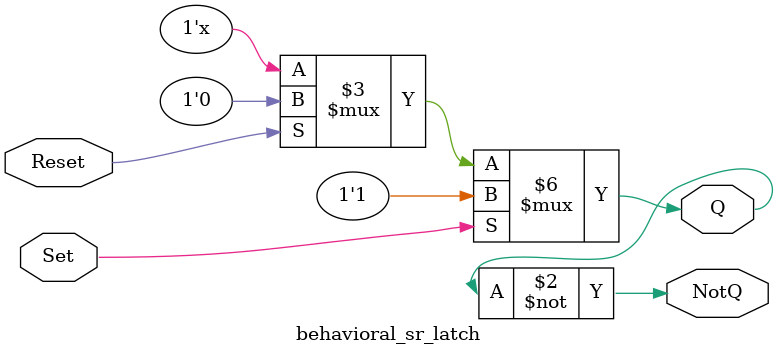
<source format=v>

module behavioral_sr_latch(
    input Set,
    input Reset,
    output reg Q,
    output NotQ
);
    always @(Set, Reset) begin
        if (Set)
            Q <= 1;
        else if (Reset)
            Q <= 0;
    end

    assign NotQ = ~Q;
endmodule
</source>
